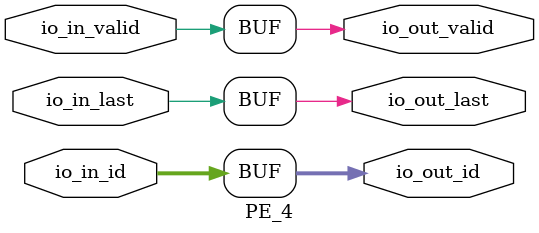
<source format=sv>
module PE_4(	// @[generators/gemmini/src/main/scala/gemmini/PE.scala:31:7]
  input  [2:0] io_in_id,	// @[generators/gemmini/src/main/scala/gemmini/PE.scala:35:14]
  output [2:0] io_out_id,	// @[generators/gemmini/src/main/scala/gemmini/PE.scala:35:14]
  input        io_in_last,	// @[generators/gemmini/src/main/scala/gemmini/PE.scala:35:14]
  output       io_out_last,	// @[generators/gemmini/src/main/scala/gemmini/PE.scala:35:14]
  input        io_in_valid,	// @[generators/gemmini/src/main/scala/gemmini/PE.scala:35:14]
  output       io_out_valid	// @[generators/gemmini/src/main/scala/gemmini/PE.scala:35:14]
);

  assign io_out_id = io_in_id;	// @[generators/gemmini/src/main/scala/gemmini/PE.scala:31:7]
  assign io_out_last = io_in_last;	// @[generators/gemmini/src/main/scala/gemmini/PE.scala:31:7]
  assign io_out_valid = io_in_valid;	// @[generators/gemmini/src/main/scala/gemmini/PE.scala:31:7]
endmodule


</source>
